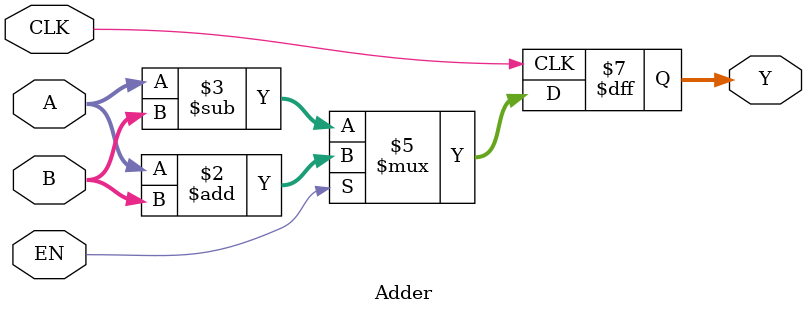
<source format=v>
`timescale 1ns / 1ps


module Adder(
    input [31:0] A, B,
    input CLK, EN,
    output reg [32:0] Y
    );
    
    always @ (posedge CLK)
        if(EN)
            Y <= A + B;
        else
            Y <= A - B;
    
endmodule

</source>
